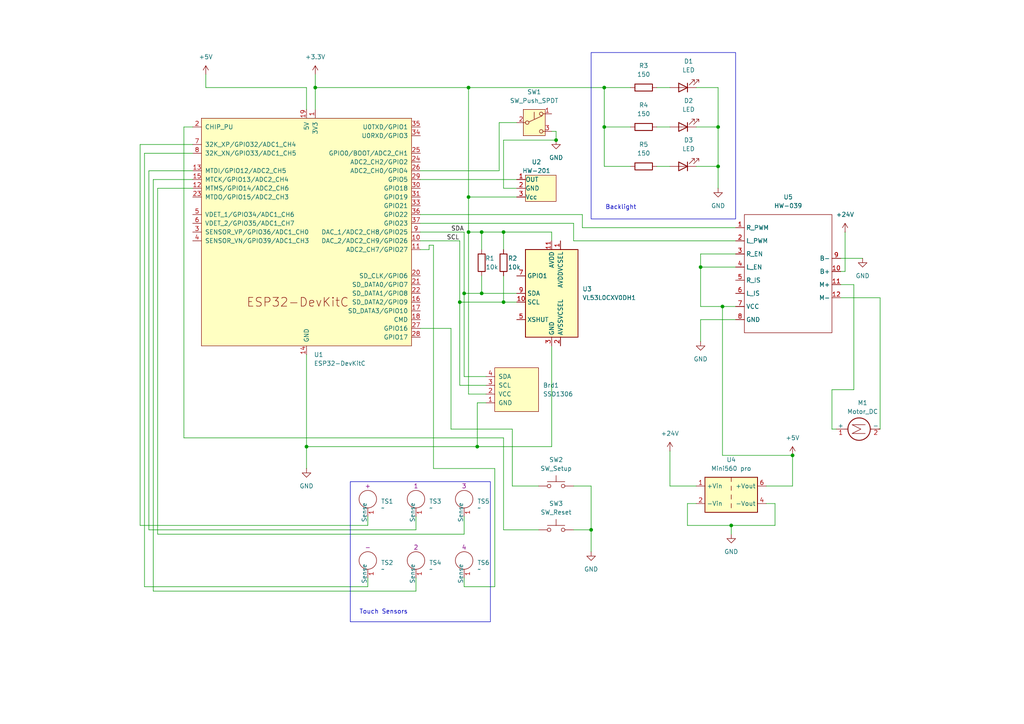
<source format=kicad_sch>
(kicad_sch (version 20250114) (generator "eeschema") (generator_version "9.0")
  (paper "A4")
  (lib_symbols
    (symbol "Converter_DCDC:TBA2-2411"
      (property "Reference" "U" (at -6.35 6.35 0))
      (property "Value" "TBA2-2411" (at 2.54 6.35 0))
      (symbol "TBA2-2411_0_1"
        (rectangle (start -7.62 5.08) (end 7.62 -5.08) (stroke (width 0.254)) (fill (type background)))
        (polyline (pts (xy 0 5.08) (xy 0 3.81)))
        (polyline (pts (xy 0 2.54) (xy 0 1.27)))
        (polyline (pts (xy 0 0) (xy 0 -1.27)))
        (polyline (pts (xy 0 -2.54) (xy 0 -3.81)))
      )
      (symbol "TBA2-2411_1_1"
        (pin power_in line (at -10.16 2.54 0) (length 2.54) (name "+Vin") (number "1"))
        (pin power_in line (at -10.16 -2.54 0) (length 2.54) (name "-Vin") (number "2"))
        (pin power_out line (at 10.16 2.54 180) (length 2.54) (name "+Vout") (number "6"))
        (pin power_out line (at 10.16 -2.54 180) (length 2.54) (name "-Vout") (number "4"))
      )
    )
    (symbol "Device:LED" (pin_numbers (hide yes)) (pin_names (offset 1.016) (hide yes))
      (property "Reference" "D" (at 0 2.54 0))
      (property "Value" "LED" (at 0 -2.54 0))
      (symbol "LED_0_1"
        (polyline (pts (xy -3.048 -0.762) (xy -4.572 -2.286) (xy -3.81 -2.286) (xy -4.572 -2.286) (xy -4.572 -1.524)))
        (polyline (pts (xy -1.778 -0.762) (xy -3.302 -2.286) (xy -2.54 -2.286) (xy -3.302 -2.286) (xy -3.302 -1.524)))
        (polyline (pts (xy -1.27 0) (xy 1.27 0)))
        (polyline (pts (xy -1.27 -1.27) (xy -1.27 1.27)) (stroke (width 0.254)))
        (polyline (pts (xy 1.27 -1.27) (xy 1.27 1.27) (xy -1.27 0) (xy 1.27 -1.27)) (stroke (width 0.254)))
      )
      (symbol "LED_1_1"
        (pin passive line (at -3.81 0 0) (length 2.54) (name "K") (number "1"))
        (pin passive line (at 3.81 0 180) (length 2.54) (name "A") (number "2"))
      )
    )
    (symbol "Device:R" (pin_numbers (hide yes)) (pin_names (offset 0))
      (property "Reference" "R" (at 2.032 0 90))
      (property "Value" "R" (at 0 0 90))
      (symbol "R_0_1"
        (rectangle (start -1.016 -2.54) (end 1.016 2.54) (stroke (width 0.254)))
      )
      (symbol "R_1_1"
        (pin passive line (at 0 3.81 270) (length 1.27) (name "~") (number "1"))
        (pin passive line (at 0 -3.81 90) (length 1.27) (name "~") (number "2"))
      )
    )
    (symbol "Motor:Motor_DC" (pin_names (offset 0))
      (property "Reference" "M" (at 2.54 2.54 0))
      (property "Value" "Motor_DC" (at 2.54 -5.08 0))
      (symbol "Motor_DC_0_0"
        (polyline (pts (xy -1.27 -3.302) (xy -1.27 0.508) (xy 0 -2.032) (xy 1.27 0.508) (xy 1.27 -3.302)))
      )
      (symbol "Motor_DC_0_1"
        (polyline (pts (xy 0 2.032) (xy 0 2.54)))
        (polyline (pts (xy 0 1.7272) (xy 0 2.0828)))
        (circle (center 0 -1.524) (radius 3.2512) (stroke (width 0.254)))
        (polyline (pts (xy 0 -4.7752) (xy 0 -5.1816)))
        (polyline (pts (xy 0 -7.62) (xy 0 -7.112)))
      )
      (symbol "Motor_DC_1_1"
        (pin passive line (at 0 5.08 270) (length 2.54) (name "+") (number "1"))
        (pin passive line (at 0 -7.62 90) (length 2.54) (name "-") (number "2"))
      )
    )
    (symbol "PCM_Espressif:ESP32-DevKitC" (pin_names (offset 1.016))
      (property "Reference" "U" (at -30.48 38.1 0))
      (property "Value" "ESP32-DevKitC" (at -30.48 35.56 0))
      (symbol "ESP32-DevKitC_0_0"
        (text "ESP32-DevKitC" (at -2.54 -20.32 0) (effects (font (size 2.54 2.54))))
        (pin power_in line (at 0 35.56 270) (length 2.54) (name "5V") (number "19"))
        (pin power_in line (at 0 -35.56 90) (length 2.54) (name "GND") (number "14"))
      )
      (symbol "ESP32-DevKitC_0_1"
        (rectangle (start -30.48 33.02) (end 30.48 -33.02) (fill (type background)))
      )
      (symbol "ESP32-DevKitC_1_1"
        (pin input line (at -33.02 30.48 0) (length 2.54) (name "CHIP_PU") (number "2"))
        (pin bidirectional line (at -33.02 25.4 0) (length 2.54) (name "32K_XP/GPIO32/ADC1_CH4") (number "7"))
        (pin bidirectional line (at -33.02 22.86 0) (length 2.54) (name "32K_XN/GPIO33/ADC1_CH5") (number "8"))
        (pin bidirectional line (at -33.02 17.78 0) (length 2.54) (name "MTDI/GPIO12/ADC2_CH5") (number "13"))
        (pin bidirectional line (at -33.02 15.24 0) (length 2.54) (name "MTCK/GPIO13/ADC2_CH4") (number "15"))
        (pin bidirectional line (at -33.02 12.7 0) (length 2.54) (name "MTMS/GPIO14/ADC2_CH6") (number "12"))
        (pin bidirectional line (at -33.02 10.16 0) (length 2.54) (name "MTDO/GPIO15/ADC2_CH3") (number "23"))
        (pin input line (at -33.02 5.08 0) (length 2.54) (name "VDET_1/GPIO34/ADC1_CH6") (number "5"))
        (pin input line (at -33.02 2.54 0) (length 2.54) (name "VDET_2/GPIO35/ADC1_CH7") (number "6"))
        (pin input line (at -33.02 0 0) (length 2.54) (name "SENSOR_VP/GPIO36/ADC1_CH0") (number "3"))
        (pin input line (at -33.02 -2.54 0) (length 2.54) (name "SENSOR_VN/GPIO39/ADC1_CH3") (number "4"))
        (pin passive line (at 0 -35.56 90) (length 2.54) (hide yes) (name "GND") (number "32"))
        (pin passive line (at 0 -35.56 90) (length 2.54) (hide yes) (name "GND") (number "38"))
        (pin power_in line (at 2.54 35.56 270) (length 2.54) (name "3V3") (number "1"))
        (pin bidirectional line (at 33.02 30.48 180) (length 2.54) (name "U0TXD/GPIO1") (number "35"))
        (pin bidirectional line (at 33.02 27.94 180) (length 2.54) (name "U0RXD/GPIO3") (number "34"))
        (pin bidirectional line (at 33.02 22.86 180) (length 2.54) (name "GPIO0/BOOT/ADC2_CH1") (number "25"))
        (pin bidirectional line (at 33.02 20.32 180) (length 2.54) (name "ADC2_CH2/GPIO2") (number "24"))
        (pin bidirectional line (at 33.02 17.78 180) (length 2.54) (name "ADC2_CH0/GPIO4") (number "26"))
        (pin bidirectional line (at 33.02 15.24 180) (length 2.54) (name "GPIO5") (number "29"))
        (pin bidirectional line (at 33.02 12.7 180) (length 2.54) (name "GPIO18") (number "30"))
        (pin bidirectional line (at 33.02 10.16 180) (length 2.54) (name "GPIO19") (number "31"))
        (pin bidirectional line (at 33.02 7.62 180) (length 2.54) (name "GPIO21") (number "33"))
        (pin bidirectional line (at 33.02 5.08 180) (length 2.54) (name "GPIO22") (number "36"))
        (pin bidirectional line (at 33.02 2.54 180) (length 2.54) (name "GPIO23") (number "37"))
        (pin bidirectional line (at 33.02 0 180) (length 2.54) (name "DAC_1/ADC2_CH8/GPIO25") (number "9"))
        (pin bidirectional line (at 33.02 -2.54 180) (length 2.54) (name "DAC_2/ADC2_CH9/GPIO26") (number "10"))
        (pin bidirectional line (at 33.02 -5.08 180) (length 2.54) (name "ADC2_CH7/GPIO27") (number "11"))
        (pin bidirectional line (at 33.02 -12.7 180) (length 2.54) (name "SD_CLK/GPIO6") (number "20"))
        (pin bidirectional line (at 33.02 -15.24 180) (length 2.54) (name "SD_DATA0/GPIO7") (number "21"))
        (pin bidirectional line (at 33.02 -17.78 180) (length 2.54) (name "SD_DATA1/GPIO8") (number "22"))
        (pin bidirectional line (at 33.02 -20.32 180) (length 2.54) (name "SD_DATA2/GPIO9") (number "16"))
        (pin bidirectional line (at 33.02 -22.86 180) (length 2.54) (name "SD_DATA3/GPIO10") (number "17"))
        (pin bidirectional line (at 33.02 -25.4 180) (length 2.54) (name "CMD") (number "18"))
        (pin bidirectional line (at 33.02 -27.94 180) (length 2.54) (name "GPIO16") (number "27"))
        (pin bidirectional line (at 33.02 -30.48 180) (length 2.54) (name "GPIO17") (number "28"))
      )
    )
    (symbol "SSD1306-128x64_OLED:SSD1306" (pin_names (offset 1.016))
      (property "Reference" "Brd" (at 0 -3.81 0))
      (property "Value" "SSD1306" (at 0 -1.27 0))
      (symbol "SSD1306_0_1"
        (rectangle (start -6.35 6.35) (end 6.35 -6.35) (fill (type background)))
      )
      (symbol "SSD1306_1_1"
        (pin input line (at -3.81 8.89 270) (length 2.54) (name "GND") (number "1"))
        (pin input line (at -1.27 8.89 270) (length 2.54) (name "VCC") (number "2"))
        (pin input line (at 1.27 8.89 270) (length 2.54) (name "SCL") (number "3"))
        (pin input line (at 3.81 8.89 270) (length 2.54) (name "SDA") (number "4"))
      )
    )
    (symbol "Sensor_Distance:VL53L0CXV0DH1"
      (property "Reference" "U" (at -6.35 13.97 0))
      (property "Value" "VL53L0CXV0DH1" (at 12.065 13.97 0))
      (symbol "VL53L0CXV0DH1_0_1"
        (rectangle (start -7.62 12.7) (end 7.62 -12.7) (stroke (width 0.254)) (fill (type background)))
      )
      (symbol "VL53L0CXV0DH1_1_1"
        (pin open_collector line (at -10.16 5.08 0) (length 2.54) (name "GPIO1") (number "7"))
        (pin bidirectional line (at -10.16 0 0) (length 2.54) (name "SDA") (number "9"))
        (pin input line (at -10.16 -2.54 0) (length 2.54) (name "SCL") (number "10"))
        (pin input line (at -10.16 -7.62 0) (length 2.54) (name "XSHUT") (number "5"))
        (pin no_connect line (at -7.62 7.62 0) (length 2.54) (hide yes) (name "DNC") (number "8"))
        (pin power_in line (at 0 15.24 270) (length 2.54) (name "AVDD") (number "11"))
        (pin passive line (at 0 -15.24 90) (length 2.54) (hide yes) (name "GND") (number "12"))
        (pin power_in line (at 0 -15.24 90) (length 2.54) (name "GND") (number "3"))
        (pin passive line (at 0 -15.24 90) (length 2.54) (hide yes) (name "GND") (number "4"))
        (pin passive line (at 0 -15.24 90) (length 2.54) (hide yes) (name "GND") (number "6"))
        (pin power_in line (at 2.54 15.24 270) (length 2.54) (name "AVDDVCSEL") (number "1"))
        (pin power_in line (at 2.54 -15.24 90) (length 2.54) (name "AVSSVCSEL") (number "2"))
      )
    )
    (symbol "Switch:SW_Push" (pin_numbers (hide yes)) (pin_names (offset 1.016) (hide yes))
      (property "Reference" "SW" (at 1.27 2.54 0))
      (property "Value" "SW_Push" (at 0 -1.524 0))
      (symbol "SW_Push_0_1"
        (circle (center -2.032 0) (radius 0.508))
        (polyline (pts (xy 0 1.27) (xy 0 3.048)))
        (circle (center 2.032 0) (radius 0.508))
        (polyline (pts (xy 2.54 1.27) (xy -2.54 1.27)))
        (pin passive line (at -5.08 0 0) (length 2.54) (name "1") (number "1"))
        (pin passive line (at 5.08 0 180) (length 2.54) (name "2") (number "2"))
      )
    )
    (symbol "Switch:SW_Push_SPDT" (pin_names (offset 0) (hide yes))
      (property "Reference" "SW" (at 0 5.08 0))
      (property "Value" "SW_Push_SPDT" (at 0 -5.08 0))
      (symbol "SW_Push_SPDT_0_0"
        (circle (center -2.032 0) (radius 0.508))
        (polyline (pts (xy 0 1.016) (xy 0 3.048)))
        (circle (center 2.032 -2.54) (radius 0.508))
      )
      (symbol "SW_Push_SPDT_0_1"
        (polyline (pts (xy -1.524 0.2032) (xy 2.3368 1.9812)))
        (circle (center 2.032 2.54) (radius 0.508))
      )
      (symbol "SW_Push_SPDT_1_1"
        (rectangle (start -3.175 3.81) (end 3.175 -3.81) (fill (type background)))
        (pin passive line (at -5.08 0 0) (length 2.54) (name "B") (number "2"))
        (pin passive line (at 5.08 2.54 180) (length 2.54) (name "A") (number "1"))
        (pin passive line (at 5.08 -2.54 180) (length 2.54) (name "C") (number "3"))
      )
    )
    (symbol "flurls_symbols:Capacitive_Touch_Sensor" (pin_names (offset 0))
      (property "Reference" "TS" (at 0 0 0))
      (symbol "Capacitive_Touch_Sensor_0_1"
        (circle (center 0 -3.81) (radius 2.54))
      )
      (symbol "Capacitive_Touch_Sensor_1_1"
        (pin passive line (at 0 -8.89 90) (length 2.54) (name "Sense") (number "1"))
      )
    )
    (symbol "flurls_symbols:HW-039"
      (property "Reference" "U" (at 0 0 0))
      (property "Value" "HW-039" (at 0 0 0))
      (symbol "HW-039_0_1"
        (rectangle (start -12.7 -2.54) (end 12.7 -36.83))
      )
      (symbol "HW-039_1_1"
        (pin input line (at -15.24 -6.35 0) (length 2.54) (name "R_PWM") (number "1"))
        (pin input line (at -15.24 -10.16 0) (length 2.54) (name "L_PWM") (number "2"))
        (pin input line (at -15.24 -13.97 0) (length 2.54) (name "R_EN") (number "3"))
        (pin input line (at -15.24 -17.78 0) (length 2.54) (name "L_EN") (number "4"))
        (pin output line (at -15.24 -21.59 0) (length 2.54) (name "R_IS") (number "5"))
        (pin output line (at -15.24 -25.4 0) (length 2.54) (name "L_IS") (number "6"))
        (pin power_in line (at -15.24 -29.21 0) (length 2.54) (name "VCC") (number "7"))
        (pin power_in line (at -15.24 -33.02 0) (length 2.54) (name "GND") (number "8"))
        (pin power_in line (at 15.24 -15.24 180) (length 2.54) (name "B-") (number "9"))
        (pin power_in line (at 15.24 -19.05 180) (length 2.54) (name "B+") (number "10"))
        (pin power_in line (at 15.24 -22.86 180) (length 2.54) (name "M+") (number "11"))
        (pin power_in line (at 15.24 -26.67 180) (length 2.54) (name "M-") (number "12"))
      )
    )
    (symbol "flurls_symbols:HW-201" (pin_names (offset 0.002))
      (property "Reference" "U" (at -3.302 1.778 0))
      (property "Value" "HW-201" (at 0 0 0))
      (symbol "HW-201_1_1"
        (rectangle (start -3.81 -1.27) (end 3.81 -10.16) (fill (type background)))
        (pin output line (at -2.54 -12.7 90) (length 2.54) (name "OUT") (number "1"))
        (pin power_in line (at 0 -12.7 90) (length 2.54) (name "GND") (number "2"))
        (pin power_in line (at 2.54 -12.7 90) (length 2.54) (name "Vcc") (number "3"))
      )
    )
    (symbol "power:+24V" (power) (pin_numbers (hide yes)) (pin_names (offset 0) (hide yes))
      (property "Value" "+24V" (at 0 3.556 0))
      (symbol "+24V_0_1"
        (polyline (pts (xy -0.762 1.27) (xy 0 2.54)))
        (polyline (pts (xy 0 2.54) (xy 0.762 1.27)))
        (polyline (pts (xy 0 0) (xy 0 2.54)))
      )
      (symbol "+24V_1_1"
        (pin power_in line (at 0 0 90) (length 0) (name "~") (number "1"))
      )
    )
    (symbol "power:+3.3V" (power) (pin_numbers (hide yes)) (pin_names (offset 0) (hide yes))
      (property "Value" "+3.3V" (at 0 3.556 0))
      (symbol "+3.3V_0_1"
        (polyline (pts (xy -0.762 1.27) (xy 0 2.54)))
        (polyline (pts (xy 0 2.54) (xy 0.762 1.27)))
        (polyline (pts (xy 0 0) (xy 0 2.54)))
      )
      (symbol "+3.3V_1_1"
        (pin power_in line (at 0 0 90) (length 0) (name "~") (number "1"))
      )
    )
    (symbol "power:+5V" (power) (pin_numbers (hide yes)) (pin_names (offset 0) (hide yes))
      (property "Value" "+5V" (at 0 3.556 0))
      (symbol "+5V_0_1"
        (polyline (pts (xy -0.762 1.27) (xy 0 2.54)))
        (polyline (pts (xy 0 2.54) (xy 0.762 1.27)))
        (polyline (pts (xy 0 0) (xy 0 2.54)))
      )
      (symbol "+5V_1_1"
        (pin power_in line (at 0 0 90) (length 0) (name "~") (number "1"))
      )
    )
    (symbol "power:GND" (power) (pin_numbers (hide yes)) (pin_names (offset 0) (hide yes))
      (property "Value" "GND" (at 0 -3.81 0))
      (symbol "GND_0_1"
        (polyline (pts (xy 0 0) (xy 0 -1.27) (xy 1.27 -1.27) (xy 0 -2.54) (xy -1.27 -1.27) (xy 0 -1.27)))
      )
      (symbol "GND_1_1"
        (pin power_in line (at 0 0 270) (length 0) (name "~") (number "1"))
      )
    )
  )
  (rectangle (start 171.45 15.24) (end 213.36 63.5))
  (rectangle (start 101.6 139.7) (end 142.24 180.34))
  (text "Backlight" (at 180.086 60.198 0) (effects (font (size 1.27 1.27))))
  (text "Touch Sensors" (at 111.252 177.546 0) (effects (font (size 1.27 1.27))))
  (junction (at 135.89 57.15))
  (junction (at 146.05 67.31))
  (junction (at 88.9 129.54))
  (junction (at 161.29 40.64))
  (junction (at 139.7 85.09))
  (junction (at 229.87 132.08))
  (junction (at 212.09 152.4))
  (junction (at 209.55 88.9))
  (junction (at 208.28 48.26))
  (junction (at 171.45 153.67))
  (junction (at 203.2 77.47))
  (junction (at 175.26 25.4))
  (junction (at 175.26 36.83))
  (junction (at 138.43 129.54))
  (junction (at 91.44 25.4))
  (junction (at 135.89 67.31))
  (junction (at 134.62 85.09))
  (junction (at 135.89 25.4))
  (junction (at 146.05 87.63))
  (junction (at 208.28 36.83))
  (junction (at 133.35 87.63))
  (junction (at 139.7 67.31))
  (wire (pts (xy 134.62 109.22) (xy 140.97 109.22)))
  (wire (pts (xy 146.05 87.63) (xy 149.86 87.63)))
  (wire (pts (xy 120.65 171.45) (xy 44.45 171.45)))
  (wire (pts (xy 148.59 124.46) (xy 130.81 124.46)))
  (wire (pts (xy 120.65 167.64) (xy 120.65 171.45)))
  (wire (pts (xy 190.5 25.4) (xy 194.31 25.4)))
  (wire (pts (xy 135.89 57.15) (xy 135.89 67.31)))
  (wire (pts (xy 135.89 57.15) (xy 135.89 25.4)))
  (wire (pts (xy 45.72 154.94) (xy 45.72 54.61)))
  (wire (pts (xy 146.05 67.31) (xy 160.02 67.31)))
  (wire (pts (xy 203.2 77.47) (xy 203.2 88.9)))
  (wire (pts (xy 139.7 80.01) (xy 139.7 85.09)))
  (wire (pts (xy 140.97 111.76) (xy 133.35 111.76)))
  (wire (pts (xy 144.78 49.53) (xy 121.92 49.53)))
  (wire (pts (xy 144.78 35.56) (xy 144.78 49.53)))
  (wire (pts (xy 134.62 167.64) (xy 134.62 170.18)))
  (wire (pts (xy 166.37 64.77) (xy 166.37 69.85)))
  (wire (pts (xy 168.91 66.04) (xy 213.36 66.04)))
  (wire (pts (xy 212.09 152.4) (xy 212.09 154.94)))
  (wire (pts (xy 53.34 127) (xy 146.05 127)))
  (wire (pts (xy 106.68 167.64) (xy 106.68 170.18)))
  (wire (pts (xy 124.46 72.39) (xy 121.92 72.39)))
  (wire (pts (xy 255.27 86.36) (xy 243.84 86.36)))
  (wire (pts (xy 208.28 25.4) (xy 208.28 36.83)))
  (wire (pts (xy 91.44 21.59) (xy 91.44 25.4)))
  (wire (pts (xy 171.45 140.97) (xy 171.45 153.67)))
  (wire (pts (xy 59.69 25.4) (xy 88.9 25.4)))
  (wire (pts (xy 175.26 25.4) (xy 182.88 25.4)))
  (wire (pts (xy 134.62 85.09) (xy 134.62 109.22)))
  (wire (pts (xy 135.89 67.31) (xy 135.89 114.3)))
  (wire (pts (xy 243.84 82.55) (xy 247.65 82.55)))
  (wire (pts (xy 209.55 88.9) (xy 213.36 88.9)))
  (wire (pts (xy 166.37 153.67) (xy 171.45 153.67)))
  (wire (pts (xy 121.92 67.31) (xy 134.62 67.31)))
  (wire (pts (xy 166.37 69.85) (xy 213.36 69.85)))
  (wire (pts (xy 156.21 153.67) (xy 146.05 153.67)))
  (wire (pts (xy 106.68 152.4) (xy 40.64 152.4)))
  (wire (pts (xy 146.05 54.61) (xy 146.05 40.64)))
  (wire (pts (xy 166.37 140.97) (xy 171.45 140.97)))
  (wire (pts (xy 40.64 152.4) (xy 40.64 41.91)))
  (wire (pts (xy 121.92 62.23) (xy 168.91 62.23)))
  (wire (pts (xy 88.9 102.87) (xy 88.9 129.54)))
  (wire (pts (xy 208.28 48.26) (xy 201.93 48.26)))
  (wire (pts (xy 229.87 132.08) (xy 229.87 140.97)))
  (wire (pts (xy 160.02 38.1) (xy 161.29 38.1)))
  (wire (pts (xy 40.64 41.91) (xy 55.88 41.91)))
  (wire (pts (xy 106.68 170.18) (xy 41.91 170.18)))
  (wire (pts (xy 121.92 52.07) (xy 149.86 52.07)))
  (wire (pts (xy 209.55 88.9) (xy 209.55 132.08)))
  (wire (pts (xy 133.35 69.85) (xy 121.92 69.85)))
  (wire (pts (xy 43.18 49.53) (xy 55.88 49.53)))
  (wire (pts (xy 88.9 25.4) (xy 88.9 31.75)))
  (wire (pts (xy 146.05 153.67) (xy 146.05 127)))
  (wire (pts (xy 120.65 153.67) (xy 43.18 153.67)))
  (wire (pts (xy 146.05 67.31) (xy 146.05 72.39)))
  (wire (pts (xy 134.62 67.31) (xy 134.62 85.09)))
  (wire (pts (xy 139.7 85.09) (xy 149.86 85.09)))
  (wire (pts (xy 245.11 78.74) (xy 245.11 67.31)))
  (wire (pts (xy 247.65 82.55) (xy 247.65 113.03)))
  (wire (pts (xy 156.21 140.97) (xy 148.59 140.97)))
  (wire (pts (xy 143.51 135.89) (xy 125.73 135.89)))
  (wire (pts (xy 135.89 67.31) (xy 139.7 67.31)))
  (wire (pts (xy 168.91 62.23) (xy 168.91 66.04)))
  (wire (pts (xy 229.87 140.97) (xy 222.25 140.97)))
  (wire (pts (xy 139.7 67.31) (xy 146.05 67.31)))
  (wire (pts (xy 175.26 48.26) (xy 182.88 48.26)))
  (wire (pts (xy 138.43 129.54) (xy 160.02 129.54)))
  (wire (pts (xy 161.29 38.1) (xy 161.29 40.64)))
  (wire (pts (xy 203.2 92.71) (xy 203.2 99.06)))
  (wire (pts (xy 41.91 44.45) (xy 55.88 44.45)))
  (wire (pts (xy 241.3 124.46) (xy 242.57 124.46)))
  (wire (pts (xy 45.72 54.61) (xy 55.88 54.61)))
  (wire (pts (xy 149.86 35.56) (xy 144.78 35.56)))
  (wire (pts (xy 130.81 124.46) (xy 130.81 95.25)))
  (wire (pts (xy 135.89 25.4) (xy 91.44 25.4)))
  (wire (pts (xy 44.45 171.45) (xy 44.45 52.07)))
  (wire (pts (xy 160.02 67.31) (xy 160.02 69.85)))
  (wire (pts (xy 43.18 153.67) (xy 43.18 49.53)))
  (wire (pts (xy 134.62 149.86) (xy 134.62 154.94)))
  (wire (pts (xy 88.9 129.54) (xy 138.43 129.54)))
  (wire (pts (xy 190.5 36.83) (xy 194.31 36.83)))
  (wire (pts (xy 213.36 73.66) (xy 203.2 73.66)))
  (wire (pts (xy 44.45 52.07) (xy 55.88 52.07)))
  (wire (pts (xy 201.93 146.05) (xy 199.39 146.05)))
  (wire (pts (xy 194.31 140.97) (xy 201.93 140.97)))
  (wire (pts (xy 201.93 25.4) (xy 208.28 25.4)))
  (wire (pts (xy 255.27 124.46) (xy 255.27 86.36)))
  (wire (pts (xy 209.55 132.08) (xy 229.87 132.08)))
  (wire (pts (xy 134.62 170.18) (xy 143.51 170.18)))
  (wire (pts (xy 135.89 114.3) (xy 140.97 114.3)))
  (wire (pts (xy 53.34 36.83) (xy 55.88 36.83)))
  (wire (pts (xy 140.97 116.84) (xy 138.43 116.84)))
  (wire (pts (xy 203.2 73.66) (xy 203.2 77.47)))
  (wire (pts (xy 243.84 78.74) (xy 245.11 78.74)))
  (wire (pts (xy 212.09 152.4) (xy 224.79 152.4)))
  (wire (pts (xy 124.46 71.12) (xy 125.73 71.12)))
  (wire (pts (xy 208.28 48.26) (xy 208.28 54.61)))
  (wire (pts (xy 134.62 154.94) (xy 45.72 154.94)))
  (wire (pts (xy 171.45 153.67) (xy 171.45 160.02)))
  (wire (pts (xy 203.2 77.47) (xy 213.36 77.47)))
  (wire (pts (xy 224.79 146.05) (xy 222.25 146.05)))
  (wire (pts (xy 175.26 25.4) (xy 175.26 36.83)))
  (wire (pts (xy 146.05 80.01) (xy 146.05 87.63)))
  (wire (pts (xy 148.59 140.97) (xy 148.59 124.46)))
  (wire (pts (xy 134.62 85.09) (xy 139.7 85.09)))
  (wire (pts (xy 125.73 135.89) (xy 125.73 71.12)))
  (wire (pts (xy 224.79 152.4) (xy 224.79 146.05)))
  (wire (pts (xy 133.35 87.63) (xy 146.05 87.63)))
  (wire (pts (xy 175.26 36.83) (xy 175.26 48.26)))
  (wire (pts (xy 201.93 36.83) (xy 208.28 36.83)))
  (wire (pts (xy 139.7 67.31) (xy 139.7 72.39)))
  (wire (pts (xy 146.05 40.64) (xy 161.29 40.64)))
  (wire (pts (xy 133.35 69.85) (xy 133.35 87.63)))
  (wire (pts (xy 121.92 64.77) (xy 166.37 64.77)))
  (wire (pts (xy 194.31 130.81) (xy 194.31 140.97)))
  (wire (pts (xy 41.91 170.18) (xy 41.91 44.45)))
  (wire (pts (xy 135.89 57.15) (xy 149.86 57.15)))
  (wire (pts (xy 130.81 95.25) (xy 121.92 95.25)))
  (wire (pts (xy 124.46 71.12) (xy 124.46 72.39)))
  (wire (pts (xy 53.34 127) (xy 53.34 36.83)))
  (wire (pts (xy 135.89 25.4) (xy 175.26 25.4)))
  (wire (pts (xy 190.5 48.26) (xy 194.31 48.26)))
  (wire (pts (xy 91.44 25.4) (xy 91.44 31.75)))
  (wire (pts (xy 160.02 100.33) (xy 160.02 129.54)))
  (wire (pts (xy 59.69 21.59) (xy 59.69 25.4)))
  (wire (pts (xy 243.84 74.93) (xy 250.19 74.93)))
  (wire (pts (xy 133.35 111.76) (xy 133.35 87.63)))
  (wire (pts (xy 199.39 152.4) (xy 212.09 152.4)))
  (wire (pts (xy 199.39 146.05) (xy 199.39 152.4)))
  (wire (pts (xy 106.68 149.86) (xy 106.68 152.4)))
  (wire (pts (xy 208.28 36.83) (xy 208.28 48.26)))
  (wire (pts (xy 120.65 149.86) (xy 120.65 153.67)))
  (wire (pts (xy 138.43 116.84) (xy 138.43 129.54)))
  (wire (pts (xy 203.2 88.9) (xy 209.55 88.9)))
  (wire (pts (xy 146.05 54.61) (xy 149.86 54.61)))
  (wire (pts (xy 143.51 170.18) (xy 143.51 135.89)))
  (wire (pts (xy 175.26 36.83) (xy 182.88 36.83)))
  (wire (pts (xy 247.65 113.03) (xy 241.3 113.03)))
  (wire (pts (xy 88.9 129.54) (xy 88.9 135.89)))
  (wire (pts (xy 213.36 92.71) (xy 203.2 92.71)))
  (wire (pts (xy 241.3 113.03) (xy 241.3 124.46)))
  (label "SDA" (at 130.81 67.31 0))
  (label "SCL" (at 129.54 69.85 0))
  (symbol (lib_id "power:+3.3V") (at 91.44 21.59 0) (unit 1)
    (property "Reference" "#PWR010" (effects (hide yes)))
    (property "Value" "+3.3V" (at 91.44 16.51 0))
    (property "Description" "Power symbol creates a global label with name \"+3.3V\"" (effects (hide yes)))
  )
  (symbol (lib_id "flurls_symbols:Capacitive_Touch_Sensor") (at 134.62 158.75 0) (unit 1)
    (property "Reference" "TS6" (at 138.43 163.1949 0) (effects (justify left)))
    (property "Value" "~" (at 138.43 165.1 0) (effects (justify left)))
    (property "Description" "4" (at 134.62 158.75 0))
  )
  (symbol (lib_id "Device:R") (at 186.69 48.26 90) (unit 1)
    (property "Reference" "R5" (at 186.69 41.91 90))
    (property "Value" "150" (at 186.69 44.45 90))
    (property "Description" "Resistor" (effects (hide yes)))
  )
  (symbol (lib_id "Device:LED") (at 198.12 36.83 180) (unit 1)
    (property "Reference" "D2" (at 199.7075 29.21 0))
    (property "Value" "LED" (at 199.7075 31.75 0))
    (property "Description" "Light emitting diode" (effects (hide yes)))
    (property "Sim.Pins" "1=K 2=A" (effects (hide yes)))
  )
  (symbol (lib_id "Switch:SW_Push") (at 161.29 140.97 0) (unit 1)
    (property "Reference" "SW2" (at 161.29 133.35 0))
    (property "Value" "SW_Setup" (at 161.29 135.89 0))
    (property "Description" "Push button switch, generic, two pins" (effects (hide yes)))
  )
  (symbol (lib_id "Device:R") (at 139.7 76.2 0) (unit 1)
    (property "Reference" "R1" (at 140.716 74.93 0) (effects (justify left)))
    (property "Value" "10k" (at 144.526 77.47 0) (effects (justify right)))
    (property "Description" "Resistor" (effects (hide yes)))
  )
  (symbol (lib_id "power:GND") (at 250.19 74.93 0) (unit 1)
    (property "Reference" "#PWR013" (effects (hide yes)))
    (property "Value" "GND" (at 250.19 80.01 0))
    (property "Description" "Power symbol creates a global label with name \"GND\" , ground" (effects (hide yes)))
  )
  (symbol (lib_id "flurls_symbols:Capacitive_Touch_Sensor") (at 120.65 140.97 0) (unit 1)
    (property "Reference" "TS3" (at 124.46 145.4149 0) (effects (justify left)))
    (property "Value" "~" (at 124.46 147.32 0) (effects (justify left)))
    (property "Description" "1" (at 120.65 140.97 0))
  )
  (symbol (lib_id "power:+24V") (at 245.11 67.31 0) (unit 1)
    (property "Reference" "#PWR04" (effects (hide yes)))
    (property "Value" "+24V" (at 245.11 62.23 0))
    (property "Description" "Power symbol creates a global label with name \"+24V\"" (effects (hide yes)))
  )
  (symbol (lib_id "Motor:Motor_DC") (at 247.65 124.46 90) (unit 1)
    (property "Reference" "M1" (at 250.19 116.84 90))
    (property "Value" "Motor_DC" (at 250.19 119.38 90))
    (property "Description" "DC Motor" (effects (hide yes)))
  )
  (symbol (lib_id "Switch:SW_Push") (at 161.29 153.67 0) (unit 1)
    (property "Reference" "SW3" (at 161.29 146.05 0))
    (property "Value" "SW_Reset" (at 161.29 148.59 0))
    (property "Description" "Push button switch, generic, two pins" (effects (hide yes)))
  )
  (symbol (lib_id "Sensor_Distance:VL53L0CXV0DH1") (at 160.02 85.09 0) (unit 1)
    (property "Reference" "U3" (at 168.91 83.8199 0) (effects (justify left)))
    (property "Value" "VL53L0CXV0DH1" (at 168.91 86.3599 0) (effects (justify left)))
    (property "Footprint" "Sensor_Distance:ST_VL53L1x" (effects (hide yes)))
    (property "Datasheet" "https://www.st.com/resource/en/datasheet/vl53l0x.pdf" (effects (hide yes)))
    (property "Description" "2m distance ranging ToF sensor, Optical LGA12" (effects (hide yes)))
  )
  (symbol (lib_id "flurls_symbols:Capacitive_Touch_Sensor") (at 134.62 140.97 0) (unit 1)
    (property "Reference" "TS5" (at 138.43 145.4149 0) (effects (justify left)))
    (property "Value" "~" (at 138.43 147.32 0) (effects (justify left)))
    (property "Description" "3" (at 134.62 140.97 0))
  )
  (symbol (lib_id "PCM_Espressif:ESP32-DevKitC") (at 88.9 67.31 0) (unit 1)
    (property "Reference" "U1" (at 91.0433 102.87 0) (effects (justify left)))
    (property "Value" "ESP32-DevKitC" (at 91.0433 105.41 0) (effects (justify left)))
    (property "Footprint" "PCM_Espressif:ESP32-DevKitC" (effects (hide yes)))
    (property "Datasheet" "https://docs.espressif.com/projects/esp-idf/zh_CN/latest/esp32/hw-reference/esp32/get-started-devkitc.html" (effects (hide yes)))
    (property "Description" "Development Kit" (effects (hide yes)))
  )
  (symbol (lib_id "flurls_symbols:HW-039") (at 228.6 59.69 0) (unit 1)
    (property "Reference" "U5" (at 228.6 57.15 0))
    (property "Value" "HW-039" (at 228.6 59.69 0))
  )
  (symbol (lib_id "flurls_symbols:HW-201") (at 162.56 54.61 270) (unit 1)
    (property "Reference" "U2" (at 155.5943 46.99 90))
    (property "Value" "HW-201" (at 155.5943 49.53 90))
  )
  (symbol (lib_id "Device:R") (at 146.05 76.2 0) (unit 1)
    (property "Reference" "R2" (at 147.32 74.93 0) (effects (justify left)))
    (property "Value" "10k" (at 147.32 77.47 0) (effects (justify left)))
    (property "Description" "Resistor" (effects (hide yes)))
  )
  (symbol (lib_id "power:+5V") (at 59.69 21.59 0) (unit 1)
    (property "Reference" "#PWR01" (effects (hide yes)))
    (property "Value" "+5V" (at 59.69 16.51 0))
    (property "Description" "Power symbol creates a global label with name \"+5V\"" (effects (hide yes)))
  )
  (symbol (lib_id "power:GND") (at 88.9 135.89 0) (unit 1)
    (property "Reference" "#PWR02" (effects (hide yes)))
    (property "Value" "GND" (at 88.9 140.97 0))
    (property "Description" "Power symbol creates a global label with name \"GND\" , ground" (effects (hide yes)))
  )
  (symbol (lib_id "power:+5V") (at 229.87 132.08 0) (unit 1)
    (property "Reference" "#PWR08" (effects (hide yes)))
    (property "Value" "+5V" (at 229.87 127 0))
    (property "Description" "Power symbol creates a global label with name \"+5V\"" (effects (hide yes)))
  )
  (symbol (lib_id "power:GND") (at 171.45 160.02 0) (unit 1)
    (property "Reference" "#PWR011" (effects (hide yes)))
    (property "Value" "GND" (at 171.45 165.1 0))
    (property "Description" "Power symbol creates a global label with name \"GND\" , ground" (effects (hide yes)))
  )
  (symbol (lib_id "flurls_symbols:Capacitive_Touch_Sensor") (at 106.68 158.75 0) (unit 1)
    (property "Reference" "TS2" (at 110.49 163.1949 0) (effects (justify left)))
    (property "Value" "~" (at 110.49 165.1 0) (effects (justify left)))
    (property "Description" "-" (at 106.68 158.75 0))
  )
  (symbol (lib_id "Converter_DCDC:TBA2-2411") (at 212.09 143.51 0) (unit 1)
    (property "Reference" "U4" (at 212.09 133.35 0))
    (property "Value" "Mini560 pro" (at 212.09 135.89 0))
    (property "Footprint" "Converter_DCDC:Converter_DCDC_TRACO_TBA2-xxxx_Single_THT" (effects (hide yes)))
    (property "Datasheet" "https://www.tracopower.com/products/tba2.pdf" (effects (hide yes)))
    (property "Description" "2W DC/DC converter unregulated, 21.6-26.4V input, 5V fixed output voltage, 400mA output, 1.5kVDC isolation, SIP-7" (effects (hide yes)))
  )
  (symbol (lib_id "power:+24V") (at 194.31 130.81 0) (unit 1)
    (property "Reference" "#PWR07" (effects (hide yes)))
    (property "Value" "+24V" (at 194.31 125.73 0))
    (property "Description" "Power symbol creates a global label with name \"+24V\"" (effects (hide yes)))
  )
  (symbol (lib_id "Device:LED") (at 198.12 48.26 180) (unit 1)
    (property "Reference" "D3" (at 199.7075 40.64 0))
    (property "Value" "LED" (at 199.7075 43.18 0))
    (property "Description" "Light emitting diode" (effects (hide yes)))
    (property "Sim.Pins" "1=K 2=A" (effects (hide yes)))
  )
  (symbol (lib_id "Device:R") (at 186.69 36.83 90) (unit 1)
    (property "Reference" "R4" (at 186.69 30.48 90))
    (property "Value" "150" (at 186.69 33.02 90))
    (property "Description" "Resistor" (effects (hide yes)))
  )
  (symbol (lib_id "power:GND") (at 161.29 40.64 0) (unit 1)
    (property "Reference" "#PWR05" (effects (hide yes)))
    (property "Value" "GND" (at 161.29 45.72 0))
    (property "Description" "Power symbol creates a global label with name \"GND\" , ground" (effects (hide yes)))
  )
  (symbol (lib_id "flurls_symbols:Capacitive_Touch_Sensor") (at 106.68 140.97 0) (unit 1)
    (property "Reference" "TS1" (at 110.49 145.4149 0) (effects (justify left)))
    (property "Value" "~" (at 110.49 147.32 0) (effects (justify left)))
    (property "Description" "+" (at 106.68 140.97 0))
  )
  (symbol (lib_id "Switch:SW_Push_SPDT") (at 154.94 35.56 0) (unit 1)
    (property "Reference" "SW1" (at 154.94 26.67 0))
    (property "Value" "SW_Push_SPDT" (at 154.94 29.21 0))
    (property "Description" "Momentary Switch, single pole double throw" (effects (hide yes)))
  )
  (symbol (lib_id "power:GND") (at 208.28 54.61 0) (unit 1)
    (property "Reference" "#PWR06" (effects (hide yes)))
    (property "Value" "GND" (at 208.28 59.69 0))
    (property "Description" "Power symbol creates a global label with name \"GND\" , ground" (effects (hide yes)))
  )
  (symbol (lib_id "flurls_symbols:Capacitive_Touch_Sensor") (at 120.65 158.75 0) (unit 1)
    (property "Reference" "TS4" (at 124.46 163.1949 0) (effects (justify left)))
    (property "Value" "~" (at 124.46 165.1 0) (effects (justify left)))
    (property "Description" "2" (at 120.65 158.75 0))
  )
  (symbol (lib_id "Device:LED") (at 198.12 25.4 180) (unit 1)
    (property "Reference" "D1" (at 199.7075 17.78 0))
    (property "Value" "LED" (at 199.7075 20.32 0))
    (property "Description" "Light emitting diode" (effects (hide yes)))
    (property "Sim.Pins" "1=K 2=A" (effects (hide yes)))
  )
  (symbol (lib_id "power:GND") (at 203.2 99.06 0) (unit 1)
    (property "Reference" "#PWR012" (effects (hide yes)))
    (property "Value" "GND" (at 203.2 104.14 0))
    (property "Description" "Power symbol creates a global label with name \"GND\" , ground" (effects (hide yes)))
  )
  (symbol (lib_id "SSD1306-128x64_OLED:SSD1306") (at 149.86 113.03 90) (unit 1)
    (property "Reference" "Brd1" (at 157.48 111.7599 90) (effects (justify right)))
    (property "Value" "SSD1306" (at 157.48 114.2999 90) (effects (justify right)))
    (property "Description" "SSD1306 OLED" (effects (hide yes)))
  )
  (symbol (lib_id "power:GND") (at 212.09 154.94 0) (unit 1)
    (property "Reference" "#PWR09" (effects (hide yes)))
    (property "Value" "GND" (at 212.09 160.02 0))
    (property "Description" "Power symbol creates a global label with name \"GND\" , ground" (effects (hide yes)))
  )
  (symbol (lib_id "Device:R") (at 186.69 25.4 90) (unit 1)
    (property "Reference" "R3" (at 186.69 19.05 90))
    (property "Value" "150" (at 186.69 21.59 90))
    (property "Description" "Resistor" (effects (hide yes)))
  )
)
</source>
